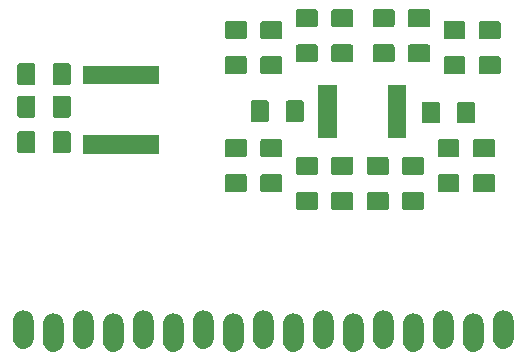
<source format=gbr>
G04 #@! TF.GenerationSoftware,KiCad,Pcbnew,(5.1.2)-2*
G04 #@! TF.CreationDate,2019-11-23T11:21:10-08:00*
G04 #@! TF.ProjectId,precision-dac-cv-scaler,70726563-6973-4696-9f6e-2d6461632d63,rev?*
G04 #@! TF.SameCoordinates,Original*
G04 #@! TF.FileFunction,Soldermask,Top*
G04 #@! TF.FilePolarity,Negative*
%FSLAX46Y46*%
G04 Gerber Fmt 4.6, Leading zero omitted, Abs format (unit mm)*
G04 Created by KiCad (PCBNEW (5.1.2)-2) date 2019-11-23 11:21:10*
%MOMM*%
%LPD*%
G04 APERTURE LIST*
%ADD10C,0.100000*%
G04 APERTURE END LIST*
D10*
G36*
X125709295Y-100763896D02*
G01*
X125872084Y-100813278D01*
X125872087Y-100813279D01*
X126022107Y-100893466D01*
X126022108Y-100893467D01*
X126022112Y-100893469D01*
X126153612Y-101001388D01*
X126261531Y-101132888D01*
X126261533Y-101132892D01*
X126261534Y-101132893D01*
X126341721Y-101282913D01*
X126341722Y-101282916D01*
X126391104Y-101445705D01*
X126403600Y-101572580D01*
X126403600Y-103181420D01*
X126391104Y-103308295D01*
X126341722Y-103471083D01*
X126341721Y-103471087D01*
X126269325Y-103606531D01*
X126261531Y-103621112D01*
X126153612Y-103752612D01*
X126022111Y-103860531D01*
X126022107Y-103860534D01*
X125872087Y-103940721D01*
X125829726Y-103953571D01*
X125709294Y-103990104D01*
X125540000Y-104006778D01*
X125370705Y-103990104D01*
X125207916Y-103940722D01*
X125207913Y-103940721D01*
X125057893Y-103860534D01*
X125057892Y-103860533D01*
X125057888Y-103860531D01*
X124926388Y-103752612D01*
X124818469Y-103621111D01*
X124818468Y-103621110D01*
X124818466Y-103621107D01*
X124738279Y-103471087D01*
X124725429Y-103428726D01*
X124688896Y-103308294D01*
X124676400Y-103181419D01*
X124676401Y-101572580D01*
X124688897Y-101445705D01*
X124738279Y-101282916D01*
X124738280Y-101282913D01*
X124818467Y-101132893D01*
X124818468Y-101132892D01*
X124818470Y-101132888D01*
X124926389Y-101001388D01*
X125057889Y-100893469D01*
X125057893Y-100893467D01*
X125057894Y-100893466D01*
X125207914Y-100813279D01*
X125207917Y-100813278D01*
X125370706Y-100763896D01*
X125540000Y-100747222D01*
X125709295Y-100763896D01*
X125709295Y-100763896D01*
G37*
G36*
X130789295Y-100763896D02*
G01*
X130952084Y-100813278D01*
X130952087Y-100813279D01*
X131102107Y-100893466D01*
X131102108Y-100893467D01*
X131102112Y-100893469D01*
X131233612Y-101001388D01*
X131341531Y-101132888D01*
X131341533Y-101132892D01*
X131341534Y-101132893D01*
X131421721Y-101282913D01*
X131421722Y-101282916D01*
X131471104Y-101445705D01*
X131483600Y-101572580D01*
X131483600Y-103181420D01*
X131471104Y-103308295D01*
X131421722Y-103471083D01*
X131421721Y-103471087D01*
X131349325Y-103606531D01*
X131341531Y-103621112D01*
X131233612Y-103752612D01*
X131102111Y-103860531D01*
X131102107Y-103860534D01*
X130952087Y-103940721D01*
X130909726Y-103953571D01*
X130789294Y-103990104D01*
X130620000Y-104006778D01*
X130450705Y-103990104D01*
X130287916Y-103940722D01*
X130287913Y-103940721D01*
X130137893Y-103860534D01*
X130137892Y-103860533D01*
X130137888Y-103860531D01*
X130006388Y-103752612D01*
X129898469Y-103621111D01*
X129898468Y-103621110D01*
X129898466Y-103621107D01*
X129818279Y-103471087D01*
X129805429Y-103428726D01*
X129768896Y-103308294D01*
X129756400Y-103181419D01*
X129756401Y-101572580D01*
X129768897Y-101445705D01*
X129818279Y-101282916D01*
X129818280Y-101282913D01*
X129898467Y-101132893D01*
X129898468Y-101132892D01*
X129898470Y-101132888D01*
X130006389Y-101001388D01*
X130137889Y-100893469D01*
X130137893Y-100893467D01*
X130137894Y-100893466D01*
X130287914Y-100813279D01*
X130287917Y-100813278D01*
X130450706Y-100763896D01*
X130620000Y-100747222D01*
X130789295Y-100763896D01*
X130789295Y-100763896D01*
G37*
G36*
X161269295Y-100763896D02*
G01*
X161432084Y-100813278D01*
X161432087Y-100813279D01*
X161582107Y-100893466D01*
X161582108Y-100893467D01*
X161582112Y-100893469D01*
X161713612Y-101001388D01*
X161821531Y-101132888D01*
X161821533Y-101132892D01*
X161821534Y-101132893D01*
X161901721Y-101282913D01*
X161901722Y-101282916D01*
X161951104Y-101445705D01*
X161963600Y-101572580D01*
X161963600Y-103181420D01*
X161951104Y-103308295D01*
X161901722Y-103471083D01*
X161901721Y-103471087D01*
X161829325Y-103606531D01*
X161821531Y-103621112D01*
X161713612Y-103752612D01*
X161582111Y-103860531D01*
X161582107Y-103860534D01*
X161432087Y-103940721D01*
X161389726Y-103953571D01*
X161269294Y-103990104D01*
X161100000Y-104006778D01*
X160930705Y-103990104D01*
X160767916Y-103940722D01*
X160767913Y-103940721D01*
X160617893Y-103860534D01*
X160617892Y-103860533D01*
X160617888Y-103860531D01*
X160486388Y-103752612D01*
X160378469Y-103621111D01*
X160378468Y-103621110D01*
X160378466Y-103621107D01*
X160298279Y-103471087D01*
X160285429Y-103428726D01*
X160248896Y-103308294D01*
X160236400Y-103181419D01*
X160236401Y-101572580D01*
X160248897Y-101445705D01*
X160298279Y-101282916D01*
X160298280Y-101282913D01*
X160378467Y-101132893D01*
X160378468Y-101132892D01*
X160378470Y-101132888D01*
X160486389Y-101001388D01*
X160617889Y-100893469D01*
X160617893Y-100893467D01*
X160617894Y-100893466D01*
X160767914Y-100813279D01*
X160767917Y-100813278D01*
X160930706Y-100763896D01*
X161100000Y-100747222D01*
X161269295Y-100763896D01*
X161269295Y-100763896D01*
G37*
G36*
X156189295Y-100763896D02*
G01*
X156352084Y-100813278D01*
X156352087Y-100813279D01*
X156502107Y-100893466D01*
X156502108Y-100893467D01*
X156502112Y-100893469D01*
X156633612Y-101001388D01*
X156741531Y-101132888D01*
X156741533Y-101132892D01*
X156741534Y-101132893D01*
X156821721Y-101282913D01*
X156821722Y-101282916D01*
X156871104Y-101445705D01*
X156883600Y-101572580D01*
X156883600Y-103181420D01*
X156871104Y-103308295D01*
X156821722Y-103471083D01*
X156821721Y-103471087D01*
X156749325Y-103606531D01*
X156741531Y-103621112D01*
X156633612Y-103752612D01*
X156502111Y-103860531D01*
X156502107Y-103860534D01*
X156352087Y-103940721D01*
X156309726Y-103953571D01*
X156189294Y-103990104D01*
X156020000Y-104006778D01*
X155850705Y-103990104D01*
X155687916Y-103940722D01*
X155687913Y-103940721D01*
X155537893Y-103860534D01*
X155537892Y-103860533D01*
X155537888Y-103860531D01*
X155406388Y-103752612D01*
X155298469Y-103621111D01*
X155298468Y-103621110D01*
X155298466Y-103621107D01*
X155218279Y-103471087D01*
X155205429Y-103428726D01*
X155168896Y-103308294D01*
X155156400Y-103181419D01*
X155156401Y-101572580D01*
X155168897Y-101445705D01*
X155218279Y-101282916D01*
X155218280Y-101282913D01*
X155298467Y-101132893D01*
X155298468Y-101132892D01*
X155298470Y-101132888D01*
X155406389Y-101001388D01*
X155537889Y-100893469D01*
X155537893Y-100893467D01*
X155537894Y-100893466D01*
X155687914Y-100813279D01*
X155687917Y-100813278D01*
X155850706Y-100763896D01*
X156020000Y-100747222D01*
X156189295Y-100763896D01*
X156189295Y-100763896D01*
G37*
G36*
X151109295Y-100763896D02*
G01*
X151272084Y-100813278D01*
X151272087Y-100813279D01*
X151422107Y-100893466D01*
X151422108Y-100893467D01*
X151422112Y-100893469D01*
X151553612Y-101001388D01*
X151661531Y-101132888D01*
X151661533Y-101132892D01*
X151661534Y-101132893D01*
X151741721Y-101282913D01*
X151741722Y-101282916D01*
X151791104Y-101445705D01*
X151803600Y-101572580D01*
X151803600Y-103181420D01*
X151791104Y-103308295D01*
X151741722Y-103471083D01*
X151741721Y-103471087D01*
X151669325Y-103606531D01*
X151661531Y-103621112D01*
X151553612Y-103752612D01*
X151422111Y-103860531D01*
X151422107Y-103860534D01*
X151272087Y-103940721D01*
X151229726Y-103953571D01*
X151109294Y-103990104D01*
X150940000Y-104006778D01*
X150770705Y-103990104D01*
X150607916Y-103940722D01*
X150607913Y-103940721D01*
X150457893Y-103860534D01*
X150457892Y-103860533D01*
X150457888Y-103860531D01*
X150326388Y-103752612D01*
X150218469Y-103621111D01*
X150218468Y-103621110D01*
X150218466Y-103621107D01*
X150138279Y-103471087D01*
X150125429Y-103428726D01*
X150088896Y-103308294D01*
X150076400Y-103181419D01*
X150076401Y-101572580D01*
X150088897Y-101445705D01*
X150138279Y-101282916D01*
X150138280Y-101282913D01*
X150218467Y-101132893D01*
X150218468Y-101132892D01*
X150218470Y-101132888D01*
X150326389Y-101001388D01*
X150457889Y-100893469D01*
X150457893Y-100893467D01*
X150457894Y-100893466D01*
X150607914Y-100813279D01*
X150607917Y-100813278D01*
X150770706Y-100763896D01*
X150940000Y-100747222D01*
X151109295Y-100763896D01*
X151109295Y-100763896D01*
G37*
G36*
X140949295Y-100763896D02*
G01*
X141112084Y-100813278D01*
X141112087Y-100813279D01*
X141262107Y-100893466D01*
X141262108Y-100893467D01*
X141262112Y-100893469D01*
X141393612Y-101001388D01*
X141501531Y-101132888D01*
X141501533Y-101132892D01*
X141501534Y-101132893D01*
X141581721Y-101282913D01*
X141581722Y-101282916D01*
X141631104Y-101445705D01*
X141643600Y-101572580D01*
X141643600Y-103181420D01*
X141631104Y-103308295D01*
X141581722Y-103471083D01*
X141581721Y-103471087D01*
X141509325Y-103606531D01*
X141501531Y-103621112D01*
X141393612Y-103752612D01*
X141262111Y-103860531D01*
X141262107Y-103860534D01*
X141112087Y-103940721D01*
X141069726Y-103953571D01*
X140949294Y-103990104D01*
X140780000Y-104006778D01*
X140610705Y-103990104D01*
X140447916Y-103940722D01*
X140447913Y-103940721D01*
X140297893Y-103860534D01*
X140297892Y-103860533D01*
X140297888Y-103860531D01*
X140166388Y-103752612D01*
X140058469Y-103621111D01*
X140058468Y-103621110D01*
X140058466Y-103621107D01*
X139978279Y-103471087D01*
X139965429Y-103428726D01*
X139928896Y-103308294D01*
X139916400Y-103181419D01*
X139916401Y-101572580D01*
X139928897Y-101445705D01*
X139978279Y-101282916D01*
X139978280Y-101282913D01*
X140058467Y-101132893D01*
X140058468Y-101132892D01*
X140058470Y-101132888D01*
X140166389Y-101001388D01*
X140297889Y-100893469D01*
X140297893Y-100893467D01*
X140297894Y-100893466D01*
X140447914Y-100813279D01*
X140447917Y-100813278D01*
X140610706Y-100763896D01*
X140780000Y-100747222D01*
X140949295Y-100763896D01*
X140949295Y-100763896D01*
G37*
G36*
X135869295Y-100763896D02*
G01*
X136032084Y-100813278D01*
X136032087Y-100813279D01*
X136182107Y-100893466D01*
X136182108Y-100893467D01*
X136182112Y-100893469D01*
X136313612Y-101001388D01*
X136421531Y-101132888D01*
X136421533Y-101132892D01*
X136421534Y-101132893D01*
X136501721Y-101282913D01*
X136501722Y-101282916D01*
X136551104Y-101445705D01*
X136563600Y-101572580D01*
X136563600Y-103181420D01*
X136551104Y-103308295D01*
X136501722Y-103471083D01*
X136501721Y-103471087D01*
X136429325Y-103606531D01*
X136421531Y-103621112D01*
X136313612Y-103752612D01*
X136182111Y-103860531D01*
X136182107Y-103860534D01*
X136032087Y-103940721D01*
X135989726Y-103953571D01*
X135869294Y-103990104D01*
X135700000Y-104006778D01*
X135530705Y-103990104D01*
X135367916Y-103940722D01*
X135367913Y-103940721D01*
X135217893Y-103860534D01*
X135217892Y-103860533D01*
X135217888Y-103860531D01*
X135086388Y-103752612D01*
X134978469Y-103621111D01*
X134978468Y-103621110D01*
X134978466Y-103621107D01*
X134898279Y-103471087D01*
X134885429Y-103428726D01*
X134848896Y-103308294D01*
X134836400Y-103181419D01*
X134836401Y-101572580D01*
X134848897Y-101445705D01*
X134898279Y-101282916D01*
X134898280Y-101282913D01*
X134978467Y-101132893D01*
X134978468Y-101132892D01*
X134978470Y-101132888D01*
X135086389Y-101001388D01*
X135217889Y-100893469D01*
X135217893Y-100893467D01*
X135217894Y-100893466D01*
X135367914Y-100813279D01*
X135367917Y-100813278D01*
X135530706Y-100763896D01*
X135700000Y-100747222D01*
X135869295Y-100763896D01*
X135869295Y-100763896D01*
G37*
G36*
X146029295Y-100763896D02*
G01*
X146192084Y-100813278D01*
X146192087Y-100813279D01*
X146342107Y-100893466D01*
X146342108Y-100893467D01*
X146342112Y-100893469D01*
X146473612Y-101001388D01*
X146581531Y-101132888D01*
X146581533Y-101132892D01*
X146581534Y-101132893D01*
X146661721Y-101282913D01*
X146661722Y-101282916D01*
X146711104Y-101445705D01*
X146723600Y-101572580D01*
X146723600Y-103181420D01*
X146711104Y-103308295D01*
X146661722Y-103471083D01*
X146661721Y-103471087D01*
X146589325Y-103606531D01*
X146581531Y-103621112D01*
X146473612Y-103752612D01*
X146342111Y-103860531D01*
X146342107Y-103860534D01*
X146192087Y-103940721D01*
X146149726Y-103953571D01*
X146029294Y-103990104D01*
X145860000Y-104006778D01*
X145690705Y-103990104D01*
X145527916Y-103940722D01*
X145527913Y-103940721D01*
X145377893Y-103860534D01*
X145377892Y-103860533D01*
X145377888Y-103860531D01*
X145246388Y-103752612D01*
X145138469Y-103621111D01*
X145138468Y-103621110D01*
X145138466Y-103621107D01*
X145058279Y-103471087D01*
X145045429Y-103428726D01*
X145008896Y-103308294D01*
X144996400Y-103181419D01*
X144996401Y-101572580D01*
X145008897Y-101445705D01*
X145058279Y-101282916D01*
X145058280Y-101282913D01*
X145138467Y-101132893D01*
X145138468Y-101132892D01*
X145138470Y-101132888D01*
X145246389Y-101001388D01*
X145377889Y-100893469D01*
X145377893Y-100893467D01*
X145377894Y-100893466D01*
X145527914Y-100813279D01*
X145527917Y-100813278D01*
X145690706Y-100763896D01*
X145860000Y-100747222D01*
X146029295Y-100763896D01*
X146029295Y-100763896D01*
G37*
G36*
X153649295Y-100509896D02*
G01*
X153812084Y-100559278D01*
X153812087Y-100559279D01*
X153962107Y-100639466D01*
X153962108Y-100639467D01*
X153962112Y-100639469D01*
X154093612Y-100747388D01*
X154201531Y-100878888D01*
X154201533Y-100878892D01*
X154201534Y-100878893D01*
X154281721Y-101028913D01*
X154281722Y-101028916D01*
X154331104Y-101191705D01*
X154343600Y-101318580D01*
X154343600Y-102927420D01*
X154331104Y-103054295D01*
X154292540Y-103181421D01*
X154281721Y-103217087D01*
X154201534Y-103367107D01*
X154201531Y-103367112D01*
X154093612Y-103498612D01*
X153962111Y-103606531D01*
X153962107Y-103606534D01*
X153812087Y-103686721D01*
X153769726Y-103699571D01*
X153649294Y-103736104D01*
X153480000Y-103752778D01*
X153310705Y-103736104D01*
X153147916Y-103686722D01*
X153147913Y-103686721D01*
X152997893Y-103606534D01*
X152997892Y-103606533D01*
X152997888Y-103606531D01*
X152866388Y-103498612D01*
X152758469Y-103367111D01*
X152758468Y-103367110D01*
X152758466Y-103367107D01*
X152678279Y-103217087D01*
X152665429Y-103174726D01*
X152628896Y-103054294D01*
X152616400Y-102927419D01*
X152616401Y-101318580D01*
X152628897Y-101191705D01*
X152678279Y-101028916D01*
X152678280Y-101028913D01*
X152758467Y-100878893D01*
X152758468Y-100878892D01*
X152758470Y-100878888D01*
X152866389Y-100747388D01*
X152997889Y-100639469D01*
X152997893Y-100639467D01*
X152997894Y-100639466D01*
X153147914Y-100559279D01*
X153147917Y-100559278D01*
X153310706Y-100509896D01*
X153480000Y-100493222D01*
X153649295Y-100509896D01*
X153649295Y-100509896D01*
G37*
G36*
X148569295Y-100509896D02*
G01*
X148732084Y-100559278D01*
X148732087Y-100559279D01*
X148882107Y-100639466D01*
X148882108Y-100639467D01*
X148882112Y-100639469D01*
X149013612Y-100747388D01*
X149121531Y-100878888D01*
X149121533Y-100878892D01*
X149121534Y-100878893D01*
X149201721Y-101028913D01*
X149201722Y-101028916D01*
X149251104Y-101191705D01*
X149263600Y-101318580D01*
X149263600Y-102927420D01*
X149251104Y-103054295D01*
X149212540Y-103181421D01*
X149201721Y-103217087D01*
X149121534Y-103367107D01*
X149121531Y-103367112D01*
X149013612Y-103498612D01*
X148882111Y-103606531D01*
X148882107Y-103606534D01*
X148732087Y-103686721D01*
X148689726Y-103699571D01*
X148569294Y-103736104D01*
X148400000Y-103752778D01*
X148230705Y-103736104D01*
X148067916Y-103686722D01*
X148067913Y-103686721D01*
X147917893Y-103606534D01*
X147917892Y-103606533D01*
X147917888Y-103606531D01*
X147786388Y-103498612D01*
X147678469Y-103367111D01*
X147678468Y-103367110D01*
X147678466Y-103367107D01*
X147598279Y-103217087D01*
X147585429Y-103174726D01*
X147548896Y-103054294D01*
X147536400Y-102927419D01*
X147536401Y-101318580D01*
X147548897Y-101191705D01*
X147598279Y-101028916D01*
X147598280Y-101028913D01*
X147678467Y-100878893D01*
X147678468Y-100878892D01*
X147678470Y-100878888D01*
X147786389Y-100747388D01*
X147917889Y-100639469D01*
X147917893Y-100639467D01*
X147917894Y-100639466D01*
X148067914Y-100559279D01*
X148067917Y-100559278D01*
X148230706Y-100509896D01*
X148400000Y-100493222D01*
X148569295Y-100509896D01*
X148569295Y-100509896D01*
G37*
G36*
X158729295Y-100509896D02*
G01*
X158892084Y-100559278D01*
X158892087Y-100559279D01*
X159042107Y-100639466D01*
X159042108Y-100639467D01*
X159042112Y-100639469D01*
X159173612Y-100747388D01*
X159281531Y-100878888D01*
X159281533Y-100878892D01*
X159281534Y-100878893D01*
X159361721Y-101028913D01*
X159361722Y-101028916D01*
X159411104Y-101191705D01*
X159423600Y-101318580D01*
X159423600Y-102927420D01*
X159411104Y-103054295D01*
X159372540Y-103181421D01*
X159361721Y-103217087D01*
X159281534Y-103367107D01*
X159281531Y-103367112D01*
X159173612Y-103498612D01*
X159042111Y-103606531D01*
X159042107Y-103606534D01*
X158892087Y-103686721D01*
X158849726Y-103699571D01*
X158729294Y-103736104D01*
X158560000Y-103752778D01*
X158390705Y-103736104D01*
X158227916Y-103686722D01*
X158227913Y-103686721D01*
X158077893Y-103606534D01*
X158077892Y-103606533D01*
X158077888Y-103606531D01*
X157946388Y-103498612D01*
X157838469Y-103367111D01*
X157838468Y-103367110D01*
X157838466Y-103367107D01*
X157758279Y-103217087D01*
X157745429Y-103174726D01*
X157708896Y-103054294D01*
X157696400Y-102927419D01*
X157696401Y-101318580D01*
X157708897Y-101191705D01*
X157758279Y-101028916D01*
X157758280Y-101028913D01*
X157838467Y-100878893D01*
X157838468Y-100878892D01*
X157838470Y-100878888D01*
X157946389Y-100747388D01*
X158077889Y-100639469D01*
X158077893Y-100639467D01*
X158077894Y-100639466D01*
X158227914Y-100559279D01*
X158227917Y-100559278D01*
X158390706Y-100509896D01*
X158560000Y-100493222D01*
X158729295Y-100509896D01*
X158729295Y-100509896D01*
G37*
G36*
X143489295Y-100509896D02*
G01*
X143652084Y-100559278D01*
X143652087Y-100559279D01*
X143802107Y-100639466D01*
X143802108Y-100639467D01*
X143802112Y-100639469D01*
X143933612Y-100747388D01*
X144041531Y-100878888D01*
X144041533Y-100878892D01*
X144041534Y-100878893D01*
X144121721Y-101028913D01*
X144121722Y-101028916D01*
X144171104Y-101191705D01*
X144183600Y-101318580D01*
X144183600Y-102927420D01*
X144171104Y-103054295D01*
X144132540Y-103181421D01*
X144121721Y-103217087D01*
X144041534Y-103367107D01*
X144041531Y-103367112D01*
X143933612Y-103498612D01*
X143802111Y-103606531D01*
X143802107Y-103606534D01*
X143652087Y-103686721D01*
X143609726Y-103699571D01*
X143489294Y-103736104D01*
X143320000Y-103752778D01*
X143150705Y-103736104D01*
X142987916Y-103686722D01*
X142987913Y-103686721D01*
X142837893Y-103606534D01*
X142837892Y-103606533D01*
X142837888Y-103606531D01*
X142706388Y-103498612D01*
X142598469Y-103367111D01*
X142598468Y-103367110D01*
X142598466Y-103367107D01*
X142518279Y-103217087D01*
X142505429Y-103174726D01*
X142468896Y-103054294D01*
X142456400Y-102927419D01*
X142456401Y-101318580D01*
X142468897Y-101191705D01*
X142518279Y-101028916D01*
X142518280Y-101028913D01*
X142598467Y-100878893D01*
X142598468Y-100878892D01*
X142598470Y-100878888D01*
X142706389Y-100747388D01*
X142837889Y-100639469D01*
X142837893Y-100639467D01*
X142837894Y-100639466D01*
X142987914Y-100559279D01*
X142987917Y-100559278D01*
X143150706Y-100509896D01*
X143320000Y-100493222D01*
X143489295Y-100509896D01*
X143489295Y-100509896D01*
G37*
G36*
X138409295Y-100509896D02*
G01*
X138572084Y-100559278D01*
X138572087Y-100559279D01*
X138722107Y-100639466D01*
X138722108Y-100639467D01*
X138722112Y-100639469D01*
X138853612Y-100747388D01*
X138961531Y-100878888D01*
X138961533Y-100878892D01*
X138961534Y-100878893D01*
X139041721Y-101028913D01*
X139041722Y-101028916D01*
X139091104Y-101191705D01*
X139103600Y-101318580D01*
X139103600Y-102927420D01*
X139091104Y-103054295D01*
X139052540Y-103181421D01*
X139041721Y-103217087D01*
X138961534Y-103367107D01*
X138961531Y-103367112D01*
X138853612Y-103498612D01*
X138722111Y-103606531D01*
X138722107Y-103606534D01*
X138572087Y-103686721D01*
X138529726Y-103699571D01*
X138409294Y-103736104D01*
X138240000Y-103752778D01*
X138070705Y-103736104D01*
X137907916Y-103686722D01*
X137907913Y-103686721D01*
X137757893Y-103606534D01*
X137757892Y-103606533D01*
X137757888Y-103606531D01*
X137626388Y-103498612D01*
X137518469Y-103367111D01*
X137518468Y-103367110D01*
X137518466Y-103367107D01*
X137438279Y-103217087D01*
X137425429Y-103174726D01*
X137388896Y-103054294D01*
X137376400Y-102927419D01*
X137376401Y-101318580D01*
X137388897Y-101191705D01*
X137438279Y-101028916D01*
X137438280Y-101028913D01*
X137518467Y-100878893D01*
X137518468Y-100878892D01*
X137518470Y-100878888D01*
X137626389Y-100747388D01*
X137757889Y-100639469D01*
X137757893Y-100639467D01*
X137757894Y-100639466D01*
X137907914Y-100559279D01*
X137907917Y-100559278D01*
X138070706Y-100509896D01*
X138240000Y-100493222D01*
X138409295Y-100509896D01*
X138409295Y-100509896D01*
G37*
G36*
X133329295Y-100509896D02*
G01*
X133492084Y-100559278D01*
X133492087Y-100559279D01*
X133642107Y-100639466D01*
X133642108Y-100639467D01*
X133642112Y-100639469D01*
X133773612Y-100747388D01*
X133881531Y-100878888D01*
X133881533Y-100878892D01*
X133881534Y-100878893D01*
X133961721Y-101028913D01*
X133961722Y-101028916D01*
X134011104Y-101191705D01*
X134023600Y-101318580D01*
X134023600Y-102927420D01*
X134011104Y-103054295D01*
X133972540Y-103181421D01*
X133961721Y-103217087D01*
X133881534Y-103367107D01*
X133881531Y-103367112D01*
X133773612Y-103498612D01*
X133642111Y-103606531D01*
X133642107Y-103606534D01*
X133492087Y-103686721D01*
X133449726Y-103699571D01*
X133329294Y-103736104D01*
X133160000Y-103752778D01*
X132990705Y-103736104D01*
X132827916Y-103686722D01*
X132827913Y-103686721D01*
X132677893Y-103606534D01*
X132677892Y-103606533D01*
X132677888Y-103606531D01*
X132546388Y-103498612D01*
X132438469Y-103367111D01*
X132438468Y-103367110D01*
X132438466Y-103367107D01*
X132358279Y-103217087D01*
X132345429Y-103174726D01*
X132308896Y-103054294D01*
X132296400Y-102927419D01*
X132296401Y-101318580D01*
X132308897Y-101191705D01*
X132358279Y-101028916D01*
X132358280Y-101028913D01*
X132438467Y-100878893D01*
X132438468Y-100878892D01*
X132438470Y-100878888D01*
X132546389Y-100747388D01*
X132677889Y-100639469D01*
X132677893Y-100639467D01*
X132677894Y-100639466D01*
X132827914Y-100559279D01*
X132827917Y-100559278D01*
X132990706Y-100509896D01*
X133160000Y-100493222D01*
X133329295Y-100509896D01*
X133329295Y-100509896D01*
G37*
G36*
X128249295Y-100509896D02*
G01*
X128412084Y-100559278D01*
X128412087Y-100559279D01*
X128562107Y-100639466D01*
X128562108Y-100639467D01*
X128562112Y-100639469D01*
X128693612Y-100747388D01*
X128801531Y-100878888D01*
X128801533Y-100878892D01*
X128801534Y-100878893D01*
X128881721Y-101028913D01*
X128881722Y-101028916D01*
X128931104Y-101191705D01*
X128943600Y-101318580D01*
X128943600Y-102927420D01*
X128931104Y-103054295D01*
X128892540Y-103181421D01*
X128881721Y-103217087D01*
X128801534Y-103367107D01*
X128801531Y-103367112D01*
X128693612Y-103498612D01*
X128562111Y-103606531D01*
X128562107Y-103606534D01*
X128412087Y-103686721D01*
X128369726Y-103699571D01*
X128249294Y-103736104D01*
X128080000Y-103752778D01*
X127910705Y-103736104D01*
X127747916Y-103686722D01*
X127747913Y-103686721D01*
X127597893Y-103606534D01*
X127597892Y-103606533D01*
X127597888Y-103606531D01*
X127466388Y-103498612D01*
X127358469Y-103367111D01*
X127358468Y-103367110D01*
X127358466Y-103367107D01*
X127278279Y-103217087D01*
X127265429Y-103174726D01*
X127228896Y-103054294D01*
X127216400Y-102927419D01*
X127216401Y-101318580D01*
X127228897Y-101191705D01*
X127278279Y-101028916D01*
X127278280Y-101028913D01*
X127358467Y-100878893D01*
X127358468Y-100878892D01*
X127358470Y-100878888D01*
X127466389Y-100747388D01*
X127597889Y-100639469D01*
X127597893Y-100639467D01*
X127597894Y-100639466D01*
X127747914Y-100559279D01*
X127747917Y-100559278D01*
X127910706Y-100509896D01*
X128080000Y-100493222D01*
X128249295Y-100509896D01*
X128249295Y-100509896D01*
G37*
G36*
X163809295Y-100509896D02*
G01*
X163972084Y-100559278D01*
X163972087Y-100559279D01*
X164122107Y-100639466D01*
X164122108Y-100639467D01*
X164122112Y-100639469D01*
X164253612Y-100747388D01*
X164361531Y-100878888D01*
X164361533Y-100878892D01*
X164361534Y-100878893D01*
X164441721Y-101028913D01*
X164441722Y-101028916D01*
X164491104Y-101191705D01*
X164503600Y-101318580D01*
X164503600Y-102927420D01*
X164491104Y-103054295D01*
X164452540Y-103181421D01*
X164441721Y-103217087D01*
X164361534Y-103367107D01*
X164361531Y-103367112D01*
X164253612Y-103498612D01*
X164122111Y-103606531D01*
X164122107Y-103606534D01*
X163972087Y-103686721D01*
X163929726Y-103699571D01*
X163809294Y-103736104D01*
X163640000Y-103752778D01*
X163470705Y-103736104D01*
X163307916Y-103686722D01*
X163307913Y-103686721D01*
X163157893Y-103606534D01*
X163157892Y-103606533D01*
X163157888Y-103606531D01*
X163026388Y-103498612D01*
X162918469Y-103367111D01*
X162918468Y-103367110D01*
X162918466Y-103367107D01*
X162838279Y-103217087D01*
X162825429Y-103174726D01*
X162788896Y-103054294D01*
X162776400Y-102927419D01*
X162776401Y-101318580D01*
X162788897Y-101191705D01*
X162838279Y-101028916D01*
X162838280Y-101028913D01*
X162918467Y-100878893D01*
X162918468Y-100878892D01*
X162918470Y-100878888D01*
X163026389Y-100747388D01*
X163157889Y-100639469D01*
X163157893Y-100639467D01*
X163157894Y-100639466D01*
X163307914Y-100559279D01*
X163307917Y-100559278D01*
X163470706Y-100509896D01*
X163640000Y-100493222D01*
X163809295Y-100509896D01*
X163809295Y-100509896D01*
G37*
G36*
X123169295Y-100509896D02*
G01*
X123332084Y-100559278D01*
X123332087Y-100559279D01*
X123482107Y-100639466D01*
X123482108Y-100639467D01*
X123482112Y-100639469D01*
X123613612Y-100747388D01*
X123721531Y-100878888D01*
X123721533Y-100878892D01*
X123721534Y-100878893D01*
X123801721Y-101028913D01*
X123801722Y-101028916D01*
X123851104Y-101191705D01*
X123863600Y-101318580D01*
X123863600Y-102927420D01*
X123851104Y-103054295D01*
X123812540Y-103181421D01*
X123801721Y-103217087D01*
X123721534Y-103367107D01*
X123721531Y-103367112D01*
X123613612Y-103498612D01*
X123482111Y-103606531D01*
X123482107Y-103606534D01*
X123332087Y-103686721D01*
X123289726Y-103699571D01*
X123169294Y-103736104D01*
X123000000Y-103752778D01*
X122830705Y-103736104D01*
X122667916Y-103686722D01*
X122667913Y-103686721D01*
X122517893Y-103606534D01*
X122517892Y-103606533D01*
X122517888Y-103606531D01*
X122386388Y-103498612D01*
X122278469Y-103367111D01*
X122278468Y-103367110D01*
X122278466Y-103367107D01*
X122198279Y-103217087D01*
X122185429Y-103174726D01*
X122148896Y-103054294D01*
X122136400Y-102927419D01*
X122136401Y-101318580D01*
X122148897Y-101191705D01*
X122198279Y-101028916D01*
X122198280Y-101028913D01*
X122278467Y-100878893D01*
X122278468Y-100878892D01*
X122278470Y-100878888D01*
X122386389Y-100747388D01*
X122517889Y-100639469D01*
X122517893Y-100639467D01*
X122517894Y-100639466D01*
X122667914Y-100559279D01*
X122667917Y-100559278D01*
X122830706Y-100509896D01*
X123000000Y-100493222D01*
X123169295Y-100509896D01*
X123169295Y-100509896D01*
G37*
G36*
X150775562Y-90478181D02*
G01*
X150810481Y-90488774D01*
X150842663Y-90505976D01*
X150870873Y-90529127D01*
X150894024Y-90557337D01*
X150911226Y-90589519D01*
X150921819Y-90624438D01*
X150926000Y-90666895D01*
X150926000Y-91808105D01*
X150921819Y-91850562D01*
X150911226Y-91885481D01*
X150894024Y-91917663D01*
X150870873Y-91945873D01*
X150842663Y-91969024D01*
X150810481Y-91986226D01*
X150775562Y-91996819D01*
X150733105Y-92001000D01*
X149266895Y-92001000D01*
X149224438Y-91996819D01*
X149189519Y-91986226D01*
X149157337Y-91969024D01*
X149129127Y-91945873D01*
X149105976Y-91917663D01*
X149088774Y-91885481D01*
X149078181Y-91850562D01*
X149074000Y-91808105D01*
X149074000Y-90666895D01*
X149078181Y-90624438D01*
X149088774Y-90589519D01*
X149105976Y-90557337D01*
X149129127Y-90529127D01*
X149157337Y-90505976D01*
X149189519Y-90488774D01*
X149224438Y-90478181D01*
X149266895Y-90474000D01*
X150733105Y-90474000D01*
X150775562Y-90478181D01*
X150775562Y-90478181D01*
G37*
G36*
X153775562Y-90478181D02*
G01*
X153810481Y-90488774D01*
X153842663Y-90505976D01*
X153870873Y-90529127D01*
X153894024Y-90557337D01*
X153911226Y-90589519D01*
X153921819Y-90624438D01*
X153926000Y-90666895D01*
X153926000Y-91808105D01*
X153921819Y-91850562D01*
X153911226Y-91885481D01*
X153894024Y-91917663D01*
X153870873Y-91945873D01*
X153842663Y-91969024D01*
X153810481Y-91986226D01*
X153775562Y-91996819D01*
X153733105Y-92001000D01*
X152266895Y-92001000D01*
X152224438Y-91996819D01*
X152189519Y-91986226D01*
X152157337Y-91969024D01*
X152129127Y-91945873D01*
X152105976Y-91917663D01*
X152088774Y-91885481D01*
X152078181Y-91850562D01*
X152074000Y-91808105D01*
X152074000Y-90666895D01*
X152078181Y-90624438D01*
X152088774Y-90589519D01*
X152105976Y-90557337D01*
X152129127Y-90529127D01*
X152157337Y-90505976D01*
X152189519Y-90488774D01*
X152224438Y-90478181D01*
X152266895Y-90474000D01*
X153733105Y-90474000D01*
X153775562Y-90478181D01*
X153775562Y-90478181D01*
G37*
G36*
X156775562Y-90478181D02*
G01*
X156810481Y-90488774D01*
X156842663Y-90505976D01*
X156870873Y-90529127D01*
X156894024Y-90557337D01*
X156911226Y-90589519D01*
X156921819Y-90624438D01*
X156926000Y-90666895D01*
X156926000Y-91808105D01*
X156921819Y-91850562D01*
X156911226Y-91885481D01*
X156894024Y-91917663D01*
X156870873Y-91945873D01*
X156842663Y-91969024D01*
X156810481Y-91986226D01*
X156775562Y-91996819D01*
X156733105Y-92001000D01*
X155266895Y-92001000D01*
X155224438Y-91996819D01*
X155189519Y-91986226D01*
X155157337Y-91969024D01*
X155129127Y-91945873D01*
X155105976Y-91917663D01*
X155088774Y-91885481D01*
X155078181Y-91850562D01*
X155074000Y-91808105D01*
X155074000Y-90666895D01*
X155078181Y-90624438D01*
X155088774Y-90589519D01*
X155105976Y-90557337D01*
X155129127Y-90529127D01*
X155157337Y-90505976D01*
X155189519Y-90488774D01*
X155224438Y-90478181D01*
X155266895Y-90474000D01*
X156733105Y-90474000D01*
X156775562Y-90478181D01*
X156775562Y-90478181D01*
G37*
G36*
X147775562Y-90478181D02*
G01*
X147810481Y-90488774D01*
X147842663Y-90505976D01*
X147870873Y-90529127D01*
X147894024Y-90557337D01*
X147911226Y-90589519D01*
X147921819Y-90624438D01*
X147926000Y-90666895D01*
X147926000Y-91808105D01*
X147921819Y-91850562D01*
X147911226Y-91885481D01*
X147894024Y-91917663D01*
X147870873Y-91945873D01*
X147842663Y-91969024D01*
X147810481Y-91986226D01*
X147775562Y-91996819D01*
X147733105Y-92001000D01*
X146266895Y-92001000D01*
X146224438Y-91996819D01*
X146189519Y-91986226D01*
X146157337Y-91969024D01*
X146129127Y-91945873D01*
X146105976Y-91917663D01*
X146088774Y-91885481D01*
X146078181Y-91850562D01*
X146074000Y-91808105D01*
X146074000Y-90666895D01*
X146078181Y-90624438D01*
X146088774Y-90589519D01*
X146105976Y-90557337D01*
X146129127Y-90529127D01*
X146157337Y-90505976D01*
X146189519Y-90488774D01*
X146224438Y-90478181D01*
X146266895Y-90474000D01*
X147733105Y-90474000D01*
X147775562Y-90478181D01*
X147775562Y-90478181D01*
G37*
G36*
X162775562Y-88978181D02*
G01*
X162810481Y-88988774D01*
X162842663Y-89005976D01*
X162870873Y-89029127D01*
X162894024Y-89057337D01*
X162911226Y-89089519D01*
X162921819Y-89124438D01*
X162926000Y-89166895D01*
X162926000Y-90308105D01*
X162921819Y-90350562D01*
X162911226Y-90385481D01*
X162894024Y-90417663D01*
X162870873Y-90445873D01*
X162842663Y-90469024D01*
X162810481Y-90486226D01*
X162775562Y-90496819D01*
X162733105Y-90501000D01*
X161266895Y-90501000D01*
X161224438Y-90496819D01*
X161189519Y-90486226D01*
X161157337Y-90469024D01*
X161129127Y-90445873D01*
X161105976Y-90417663D01*
X161088774Y-90385481D01*
X161078181Y-90350562D01*
X161074000Y-90308105D01*
X161074000Y-89166895D01*
X161078181Y-89124438D01*
X161088774Y-89089519D01*
X161105976Y-89057337D01*
X161129127Y-89029127D01*
X161157337Y-89005976D01*
X161189519Y-88988774D01*
X161224438Y-88978181D01*
X161266895Y-88974000D01*
X162733105Y-88974000D01*
X162775562Y-88978181D01*
X162775562Y-88978181D01*
G37*
G36*
X159775562Y-88978181D02*
G01*
X159810481Y-88988774D01*
X159842663Y-89005976D01*
X159870873Y-89029127D01*
X159894024Y-89057337D01*
X159911226Y-89089519D01*
X159921819Y-89124438D01*
X159926000Y-89166895D01*
X159926000Y-90308105D01*
X159921819Y-90350562D01*
X159911226Y-90385481D01*
X159894024Y-90417663D01*
X159870873Y-90445873D01*
X159842663Y-90469024D01*
X159810481Y-90486226D01*
X159775562Y-90496819D01*
X159733105Y-90501000D01*
X158266895Y-90501000D01*
X158224438Y-90496819D01*
X158189519Y-90486226D01*
X158157337Y-90469024D01*
X158129127Y-90445873D01*
X158105976Y-90417663D01*
X158088774Y-90385481D01*
X158078181Y-90350562D01*
X158074000Y-90308105D01*
X158074000Y-89166895D01*
X158078181Y-89124438D01*
X158088774Y-89089519D01*
X158105976Y-89057337D01*
X158129127Y-89029127D01*
X158157337Y-89005976D01*
X158189519Y-88988774D01*
X158224438Y-88978181D01*
X158266895Y-88974000D01*
X159733105Y-88974000D01*
X159775562Y-88978181D01*
X159775562Y-88978181D01*
G37*
G36*
X141775562Y-88978181D02*
G01*
X141810481Y-88988774D01*
X141842663Y-89005976D01*
X141870873Y-89029127D01*
X141894024Y-89057337D01*
X141911226Y-89089519D01*
X141921819Y-89124438D01*
X141926000Y-89166895D01*
X141926000Y-90308105D01*
X141921819Y-90350562D01*
X141911226Y-90385481D01*
X141894024Y-90417663D01*
X141870873Y-90445873D01*
X141842663Y-90469024D01*
X141810481Y-90486226D01*
X141775562Y-90496819D01*
X141733105Y-90501000D01*
X140266895Y-90501000D01*
X140224438Y-90496819D01*
X140189519Y-90486226D01*
X140157337Y-90469024D01*
X140129127Y-90445873D01*
X140105976Y-90417663D01*
X140088774Y-90385481D01*
X140078181Y-90350562D01*
X140074000Y-90308105D01*
X140074000Y-89166895D01*
X140078181Y-89124438D01*
X140088774Y-89089519D01*
X140105976Y-89057337D01*
X140129127Y-89029127D01*
X140157337Y-89005976D01*
X140189519Y-88988774D01*
X140224438Y-88978181D01*
X140266895Y-88974000D01*
X141733105Y-88974000D01*
X141775562Y-88978181D01*
X141775562Y-88978181D01*
G37*
G36*
X144775562Y-88978181D02*
G01*
X144810481Y-88988774D01*
X144842663Y-89005976D01*
X144870873Y-89029127D01*
X144894024Y-89057337D01*
X144911226Y-89089519D01*
X144921819Y-89124438D01*
X144926000Y-89166895D01*
X144926000Y-90308105D01*
X144921819Y-90350562D01*
X144911226Y-90385481D01*
X144894024Y-90417663D01*
X144870873Y-90445873D01*
X144842663Y-90469024D01*
X144810481Y-90486226D01*
X144775562Y-90496819D01*
X144733105Y-90501000D01*
X143266895Y-90501000D01*
X143224438Y-90496819D01*
X143189519Y-90486226D01*
X143157337Y-90469024D01*
X143129127Y-90445873D01*
X143105976Y-90417663D01*
X143088774Y-90385481D01*
X143078181Y-90350562D01*
X143074000Y-90308105D01*
X143074000Y-89166895D01*
X143078181Y-89124438D01*
X143088774Y-89089519D01*
X143105976Y-89057337D01*
X143129127Y-89029127D01*
X143157337Y-89005976D01*
X143189519Y-88988774D01*
X143224438Y-88978181D01*
X143266895Y-88974000D01*
X144733105Y-88974000D01*
X144775562Y-88978181D01*
X144775562Y-88978181D01*
G37*
G36*
X150775562Y-87503181D02*
G01*
X150810481Y-87513774D01*
X150842663Y-87530976D01*
X150870873Y-87554127D01*
X150894024Y-87582337D01*
X150911226Y-87614519D01*
X150921819Y-87649438D01*
X150926000Y-87691895D01*
X150926000Y-88833105D01*
X150921819Y-88875562D01*
X150911226Y-88910481D01*
X150894024Y-88942663D01*
X150870873Y-88970873D01*
X150842663Y-88994024D01*
X150810481Y-89011226D01*
X150775562Y-89021819D01*
X150733105Y-89026000D01*
X149266895Y-89026000D01*
X149224438Y-89021819D01*
X149189519Y-89011226D01*
X149157337Y-88994024D01*
X149129127Y-88970873D01*
X149105976Y-88942663D01*
X149088774Y-88910481D01*
X149078181Y-88875562D01*
X149074000Y-88833105D01*
X149074000Y-87691895D01*
X149078181Y-87649438D01*
X149088774Y-87614519D01*
X149105976Y-87582337D01*
X149129127Y-87554127D01*
X149157337Y-87530976D01*
X149189519Y-87513774D01*
X149224438Y-87503181D01*
X149266895Y-87499000D01*
X150733105Y-87499000D01*
X150775562Y-87503181D01*
X150775562Y-87503181D01*
G37*
G36*
X153775562Y-87503181D02*
G01*
X153810481Y-87513774D01*
X153842663Y-87530976D01*
X153870873Y-87554127D01*
X153894024Y-87582337D01*
X153911226Y-87614519D01*
X153921819Y-87649438D01*
X153926000Y-87691895D01*
X153926000Y-88833105D01*
X153921819Y-88875562D01*
X153911226Y-88910481D01*
X153894024Y-88942663D01*
X153870873Y-88970873D01*
X153842663Y-88994024D01*
X153810481Y-89011226D01*
X153775562Y-89021819D01*
X153733105Y-89026000D01*
X152266895Y-89026000D01*
X152224438Y-89021819D01*
X152189519Y-89011226D01*
X152157337Y-88994024D01*
X152129127Y-88970873D01*
X152105976Y-88942663D01*
X152088774Y-88910481D01*
X152078181Y-88875562D01*
X152074000Y-88833105D01*
X152074000Y-87691895D01*
X152078181Y-87649438D01*
X152088774Y-87614519D01*
X152105976Y-87582337D01*
X152129127Y-87554127D01*
X152157337Y-87530976D01*
X152189519Y-87513774D01*
X152224438Y-87503181D01*
X152266895Y-87499000D01*
X153733105Y-87499000D01*
X153775562Y-87503181D01*
X153775562Y-87503181D01*
G37*
G36*
X147775562Y-87503181D02*
G01*
X147810481Y-87513774D01*
X147842663Y-87530976D01*
X147870873Y-87554127D01*
X147894024Y-87582337D01*
X147911226Y-87614519D01*
X147921819Y-87649438D01*
X147926000Y-87691895D01*
X147926000Y-88833105D01*
X147921819Y-88875562D01*
X147911226Y-88910481D01*
X147894024Y-88942663D01*
X147870873Y-88970873D01*
X147842663Y-88994024D01*
X147810481Y-89011226D01*
X147775562Y-89021819D01*
X147733105Y-89026000D01*
X146266895Y-89026000D01*
X146224438Y-89021819D01*
X146189519Y-89011226D01*
X146157337Y-88994024D01*
X146129127Y-88970873D01*
X146105976Y-88942663D01*
X146088774Y-88910481D01*
X146078181Y-88875562D01*
X146074000Y-88833105D01*
X146074000Y-87691895D01*
X146078181Y-87649438D01*
X146088774Y-87614519D01*
X146105976Y-87582337D01*
X146129127Y-87554127D01*
X146157337Y-87530976D01*
X146189519Y-87513774D01*
X146224438Y-87503181D01*
X146266895Y-87499000D01*
X147733105Y-87499000D01*
X147775562Y-87503181D01*
X147775562Y-87503181D01*
G37*
G36*
X156775562Y-87503181D02*
G01*
X156810481Y-87513774D01*
X156842663Y-87530976D01*
X156870873Y-87554127D01*
X156894024Y-87582337D01*
X156911226Y-87614519D01*
X156921819Y-87649438D01*
X156926000Y-87691895D01*
X156926000Y-88833105D01*
X156921819Y-88875562D01*
X156911226Y-88910481D01*
X156894024Y-88942663D01*
X156870873Y-88970873D01*
X156842663Y-88994024D01*
X156810481Y-89011226D01*
X156775562Y-89021819D01*
X156733105Y-89026000D01*
X155266895Y-89026000D01*
X155224438Y-89021819D01*
X155189519Y-89011226D01*
X155157337Y-88994024D01*
X155129127Y-88970873D01*
X155105976Y-88942663D01*
X155088774Y-88910481D01*
X155078181Y-88875562D01*
X155074000Y-88833105D01*
X155074000Y-87691895D01*
X155078181Y-87649438D01*
X155088774Y-87614519D01*
X155105976Y-87582337D01*
X155129127Y-87554127D01*
X155157337Y-87530976D01*
X155189519Y-87513774D01*
X155224438Y-87503181D01*
X155266895Y-87499000D01*
X156733105Y-87499000D01*
X156775562Y-87503181D01*
X156775562Y-87503181D01*
G37*
G36*
X141775562Y-86003181D02*
G01*
X141810481Y-86013774D01*
X141842663Y-86030976D01*
X141870873Y-86054127D01*
X141894024Y-86082337D01*
X141911226Y-86114519D01*
X141921819Y-86149438D01*
X141926000Y-86191895D01*
X141926000Y-87333105D01*
X141921819Y-87375562D01*
X141911226Y-87410481D01*
X141894024Y-87442663D01*
X141870873Y-87470873D01*
X141842663Y-87494024D01*
X141810481Y-87511226D01*
X141775562Y-87521819D01*
X141733105Y-87526000D01*
X140266895Y-87526000D01*
X140224438Y-87521819D01*
X140189519Y-87511226D01*
X140157337Y-87494024D01*
X140129127Y-87470873D01*
X140105976Y-87442663D01*
X140088774Y-87410481D01*
X140078181Y-87375562D01*
X140074000Y-87333105D01*
X140074000Y-86191895D01*
X140078181Y-86149438D01*
X140088774Y-86114519D01*
X140105976Y-86082337D01*
X140129127Y-86054127D01*
X140157337Y-86030976D01*
X140189519Y-86013774D01*
X140224438Y-86003181D01*
X140266895Y-85999000D01*
X141733105Y-85999000D01*
X141775562Y-86003181D01*
X141775562Y-86003181D01*
G37*
G36*
X162775562Y-86003181D02*
G01*
X162810481Y-86013774D01*
X162842663Y-86030976D01*
X162870873Y-86054127D01*
X162894024Y-86082337D01*
X162911226Y-86114519D01*
X162921819Y-86149438D01*
X162926000Y-86191895D01*
X162926000Y-87333105D01*
X162921819Y-87375562D01*
X162911226Y-87410481D01*
X162894024Y-87442663D01*
X162870873Y-87470873D01*
X162842663Y-87494024D01*
X162810481Y-87511226D01*
X162775562Y-87521819D01*
X162733105Y-87526000D01*
X161266895Y-87526000D01*
X161224438Y-87521819D01*
X161189519Y-87511226D01*
X161157337Y-87494024D01*
X161129127Y-87470873D01*
X161105976Y-87442663D01*
X161088774Y-87410481D01*
X161078181Y-87375562D01*
X161074000Y-87333105D01*
X161074000Y-86191895D01*
X161078181Y-86149438D01*
X161088774Y-86114519D01*
X161105976Y-86082337D01*
X161129127Y-86054127D01*
X161157337Y-86030976D01*
X161189519Y-86013774D01*
X161224438Y-86003181D01*
X161266895Y-85999000D01*
X162733105Y-85999000D01*
X162775562Y-86003181D01*
X162775562Y-86003181D01*
G37*
G36*
X144775562Y-86003181D02*
G01*
X144810481Y-86013774D01*
X144842663Y-86030976D01*
X144870873Y-86054127D01*
X144894024Y-86082337D01*
X144911226Y-86114519D01*
X144921819Y-86149438D01*
X144926000Y-86191895D01*
X144926000Y-87333105D01*
X144921819Y-87375562D01*
X144911226Y-87410481D01*
X144894024Y-87442663D01*
X144870873Y-87470873D01*
X144842663Y-87494024D01*
X144810481Y-87511226D01*
X144775562Y-87521819D01*
X144733105Y-87526000D01*
X143266895Y-87526000D01*
X143224438Y-87521819D01*
X143189519Y-87511226D01*
X143157337Y-87494024D01*
X143129127Y-87470873D01*
X143105976Y-87442663D01*
X143088774Y-87410481D01*
X143078181Y-87375562D01*
X143074000Y-87333105D01*
X143074000Y-86191895D01*
X143078181Y-86149438D01*
X143088774Y-86114519D01*
X143105976Y-86082337D01*
X143129127Y-86054127D01*
X143157337Y-86030976D01*
X143189519Y-86013774D01*
X143224438Y-86003181D01*
X143266895Y-85999000D01*
X144733105Y-85999000D01*
X144775562Y-86003181D01*
X144775562Y-86003181D01*
G37*
G36*
X159775562Y-86003181D02*
G01*
X159810481Y-86013774D01*
X159842663Y-86030976D01*
X159870873Y-86054127D01*
X159894024Y-86082337D01*
X159911226Y-86114519D01*
X159921819Y-86149438D01*
X159926000Y-86191895D01*
X159926000Y-87333105D01*
X159921819Y-87375562D01*
X159911226Y-87410481D01*
X159894024Y-87442663D01*
X159870873Y-87470873D01*
X159842663Y-87494024D01*
X159810481Y-87511226D01*
X159775562Y-87521819D01*
X159733105Y-87526000D01*
X158266895Y-87526000D01*
X158224438Y-87521819D01*
X158189519Y-87511226D01*
X158157337Y-87494024D01*
X158129127Y-87470873D01*
X158105976Y-87442663D01*
X158088774Y-87410481D01*
X158078181Y-87375562D01*
X158074000Y-87333105D01*
X158074000Y-86191895D01*
X158078181Y-86149438D01*
X158088774Y-86114519D01*
X158105976Y-86082337D01*
X158129127Y-86054127D01*
X158157337Y-86030976D01*
X158189519Y-86013774D01*
X158224438Y-86003181D01*
X158266895Y-85999000D01*
X159733105Y-85999000D01*
X159775562Y-86003181D01*
X159775562Y-86003181D01*
G37*
G36*
X134451000Y-87226000D02*
G01*
X128049000Y-87226000D01*
X128049000Y-85674000D01*
X134451000Y-85674000D01*
X134451000Y-87226000D01*
X134451000Y-87226000D01*
G37*
G36*
X123875562Y-85328181D02*
G01*
X123910481Y-85338774D01*
X123942663Y-85355976D01*
X123970873Y-85379127D01*
X123994024Y-85407337D01*
X124011226Y-85439519D01*
X124021819Y-85474438D01*
X124026000Y-85516895D01*
X124026000Y-86983105D01*
X124021819Y-87025562D01*
X124011226Y-87060481D01*
X123994024Y-87092663D01*
X123970873Y-87120873D01*
X123942663Y-87144024D01*
X123910481Y-87161226D01*
X123875562Y-87171819D01*
X123833105Y-87176000D01*
X122691895Y-87176000D01*
X122649438Y-87171819D01*
X122614519Y-87161226D01*
X122582337Y-87144024D01*
X122554127Y-87120873D01*
X122530976Y-87092663D01*
X122513774Y-87060481D01*
X122503181Y-87025562D01*
X122499000Y-86983105D01*
X122499000Y-85516895D01*
X122503181Y-85474438D01*
X122513774Y-85439519D01*
X122530976Y-85407337D01*
X122554127Y-85379127D01*
X122582337Y-85355976D01*
X122614519Y-85338774D01*
X122649438Y-85328181D01*
X122691895Y-85324000D01*
X123833105Y-85324000D01*
X123875562Y-85328181D01*
X123875562Y-85328181D01*
G37*
G36*
X126850562Y-85328181D02*
G01*
X126885481Y-85338774D01*
X126917663Y-85355976D01*
X126945873Y-85379127D01*
X126969024Y-85407337D01*
X126986226Y-85439519D01*
X126996819Y-85474438D01*
X127001000Y-85516895D01*
X127001000Y-86983105D01*
X126996819Y-87025562D01*
X126986226Y-87060481D01*
X126969024Y-87092663D01*
X126945873Y-87120873D01*
X126917663Y-87144024D01*
X126885481Y-87161226D01*
X126850562Y-87171819D01*
X126808105Y-87176000D01*
X125666895Y-87176000D01*
X125624438Y-87171819D01*
X125589519Y-87161226D01*
X125557337Y-87144024D01*
X125529127Y-87120873D01*
X125505976Y-87092663D01*
X125488774Y-87060481D01*
X125478181Y-87025562D01*
X125474000Y-86983105D01*
X125474000Y-85516895D01*
X125478181Y-85474438D01*
X125488774Y-85439519D01*
X125505976Y-85407337D01*
X125529127Y-85379127D01*
X125557337Y-85355976D01*
X125589519Y-85338774D01*
X125624438Y-85328181D01*
X125666895Y-85324000D01*
X126808105Y-85324000D01*
X126850562Y-85328181D01*
X126850562Y-85328181D01*
G37*
G36*
X155426000Y-85876000D02*
G01*
X153874000Y-85876000D01*
X153874000Y-81424000D01*
X155426000Y-81424000D01*
X155426000Y-85876000D01*
X155426000Y-85876000D01*
G37*
G36*
X149526000Y-85876000D02*
G01*
X147974000Y-85876000D01*
X147974000Y-81424000D01*
X149526000Y-81424000D01*
X149526000Y-85876000D01*
X149526000Y-85876000D01*
G37*
G36*
X161088062Y-82828181D02*
G01*
X161122981Y-82838774D01*
X161155163Y-82855976D01*
X161183373Y-82879127D01*
X161206524Y-82907337D01*
X161223726Y-82939519D01*
X161234319Y-82974438D01*
X161238500Y-83016895D01*
X161238500Y-84483105D01*
X161234319Y-84525562D01*
X161223726Y-84560481D01*
X161206524Y-84592663D01*
X161183373Y-84620873D01*
X161155163Y-84644024D01*
X161122981Y-84661226D01*
X161088062Y-84671819D01*
X161045605Y-84676000D01*
X159904395Y-84676000D01*
X159861938Y-84671819D01*
X159827019Y-84661226D01*
X159794837Y-84644024D01*
X159766627Y-84620873D01*
X159743476Y-84592663D01*
X159726274Y-84560481D01*
X159715681Y-84525562D01*
X159711500Y-84483105D01*
X159711500Y-83016895D01*
X159715681Y-82974438D01*
X159726274Y-82939519D01*
X159743476Y-82907337D01*
X159766627Y-82879127D01*
X159794837Y-82855976D01*
X159827019Y-82838774D01*
X159861938Y-82828181D01*
X159904395Y-82824000D01*
X161045605Y-82824000D01*
X161088062Y-82828181D01*
X161088062Y-82828181D01*
G37*
G36*
X158113062Y-82828181D02*
G01*
X158147981Y-82838774D01*
X158180163Y-82855976D01*
X158208373Y-82879127D01*
X158231524Y-82907337D01*
X158248726Y-82939519D01*
X158259319Y-82974438D01*
X158263500Y-83016895D01*
X158263500Y-84483105D01*
X158259319Y-84525562D01*
X158248726Y-84560481D01*
X158231524Y-84592663D01*
X158208373Y-84620873D01*
X158180163Y-84644024D01*
X158147981Y-84661226D01*
X158113062Y-84671819D01*
X158070605Y-84676000D01*
X156929395Y-84676000D01*
X156886938Y-84671819D01*
X156852019Y-84661226D01*
X156819837Y-84644024D01*
X156791627Y-84620873D01*
X156768476Y-84592663D01*
X156751274Y-84560481D01*
X156740681Y-84525562D01*
X156736500Y-84483105D01*
X156736500Y-83016895D01*
X156740681Y-82974438D01*
X156751274Y-82939519D01*
X156768476Y-82907337D01*
X156791627Y-82879127D01*
X156819837Y-82855976D01*
X156852019Y-82838774D01*
X156886938Y-82828181D01*
X156929395Y-82824000D01*
X158070605Y-82824000D01*
X158113062Y-82828181D01*
X158113062Y-82828181D01*
G37*
G36*
X146600562Y-82728181D02*
G01*
X146635481Y-82738774D01*
X146667663Y-82755976D01*
X146695873Y-82779127D01*
X146719024Y-82807337D01*
X146736226Y-82839519D01*
X146746819Y-82874438D01*
X146751000Y-82916895D01*
X146751000Y-84383105D01*
X146746819Y-84425562D01*
X146736226Y-84460481D01*
X146719024Y-84492663D01*
X146695873Y-84520873D01*
X146667663Y-84544024D01*
X146635481Y-84561226D01*
X146600562Y-84571819D01*
X146558105Y-84576000D01*
X145416895Y-84576000D01*
X145374438Y-84571819D01*
X145339519Y-84561226D01*
X145307337Y-84544024D01*
X145279127Y-84520873D01*
X145255976Y-84492663D01*
X145238774Y-84460481D01*
X145228181Y-84425562D01*
X145224000Y-84383105D01*
X145224000Y-82916895D01*
X145228181Y-82874438D01*
X145238774Y-82839519D01*
X145255976Y-82807337D01*
X145279127Y-82779127D01*
X145307337Y-82755976D01*
X145339519Y-82738774D01*
X145374438Y-82728181D01*
X145416895Y-82724000D01*
X146558105Y-82724000D01*
X146600562Y-82728181D01*
X146600562Y-82728181D01*
G37*
G36*
X143625562Y-82728181D02*
G01*
X143660481Y-82738774D01*
X143692663Y-82755976D01*
X143720873Y-82779127D01*
X143744024Y-82807337D01*
X143761226Y-82839519D01*
X143771819Y-82874438D01*
X143776000Y-82916895D01*
X143776000Y-84383105D01*
X143771819Y-84425562D01*
X143761226Y-84460481D01*
X143744024Y-84492663D01*
X143720873Y-84520873D01*
X143692663Y-84544024D01*
X143660481Y-84561226D01*
X143625562Y-84571819D01*
X143583105Y-84576000D01*
X142441895Y-84576000D01*
X142399438Y-84571819D01*
X142364519Y-84561226D01*
X142332337Y-84544024D01*
X142304127Y-84520873D01*
X142280976Y-84492663D01*
X142263774Y-84460481D01*
X142253181Y-84425562D01*
X142249000Y-84383105D01*
X142249000Y-82916895D01*
X142253181Y-82874438D01*
X142263774Y-82839519D01*
X142280976Y-82807337D01*
X142304127Y-82779127D01*
X142332337Y-82755976D01*
X142364519Y-82738774D01*
X142399438Y-82728181D01*
X142441895Y-82724000D01*
X143583105Y-82724000D01*
X143625562Y-82728181D01*
X143625562Y-82728181D01*
G37*
G36*
X126850562Y-82328181D02*
G01*
X126885481Y-82338774D01*
X126917663Y-82355976D01*
X126945873Y-82379127D01*
X126969024Y-82407337D01*
X126986226Y-82439519D01*
X126996819Y-82474438D01*
X127001000Y-82516895D01*
X127001000Y-83983105D01*
X126996819Y-84025562D01*
X126986226Y-84060481D01*
X126969024Y-84092663D01*
X126945873Y-84120873D01*
X126917663Y-84144024D01*
X126885481Y-84161226D01*
X126850562Y-84171819D01*
X126808105Y-84176000D01*
X125666895Y-84176000D01*
X125624438Y-84171819D01*
X125589519Y-84161226D01*
X125557337Y-84144024D01*
X125529127Y-84120873D01*
X125505976Y-84092663D01*
X125488774Y-84060481D01*
X125478181Y-84025562D01*
X125474000Y-83983105D01*
X125474000Y-82516895D01*
X125478181Y-82474438D01*
X125488774Y-82439519D01*
X125505976Y-82407337D01*
X125529127Y-82379127D01*
X125557337Y-82355976D01*
X125589519Y-82338774D01*
X125624438Y-82328181D01*
X125666895Y-82324000D01*
X126808105Y-82324000D01*
X126850562Y-82328181D01*
X126850562Y-82328181D01*
G37*
G36*
X123875562Y-82328181D02*
G01*
X123910481Y-82338774D01*
X123942663Y-82355976D01*
X123970873Y-82379127D01*
X123994024Y-82407337D01*
X124011226Y-82439519D01*
X124021819Y-82474438D01*
X124026000Y-82516895D01*
X124026000Y-83983105D01*
X124021819Y-84025562D01*
X124011226Y-84060481D01*
X123994024Y-84092663D01*
X123970873Y-84120873D01*
X123942663Y-84144024D01*
X123910481Y-84161226D01*
X123875562Y-84171819D01*
X123833105Y-84176000D01*
X122691895Y-84176000D01*
X122649438Y-84171819D01*
X122614519Y-84161226D01*
X122582337Y-84144024D01*
X122554127Y-84120873D01*
X122530976Y-84092663D01*
X122513774Y-84060481D01*
X122503181Y-84025562D01*
X122499000Y-83983105D01*
X122499000Y-82516895D01*
X122503181Y-82474438D01*
X122513774Y-82439519D01*
X122530976Y-82407337D01*
X122554127Y-82379127D01*
X122582337Y-82355976D01*
X122614519Y-82338774D01*
X122649438Y-82328181D01*
X122691895Y-82324000D01*
X123833105Y-82324000D01*
X123875562Y-82328181D01*
X123875562Y-82328181D01*
G37*
G36*
X126850562Y-79578181D02*
G01*
X126885481Y-79588774D01*
X126917663Y-79605976D01*
X126945873Y-79629127D01*
X126969024Y-79657337D01*
X126986226Y-79689519D01*
X126996819Y-79724438D01*
X127001000Y-79766895D01*
X127001000Y-81233105D01*
X126996819Y-81275562D01*
X126986226Y-81310481D01*
X126969024Y-81342663D01*
X126945873Y-81370873D01*
X126917663Y-81394024D01*
X126885481Y-81411226D01*
X126850562Y-81421819D01*
X126808105Y-81426000D01*
X125666895Y-81426000D01*
X125624438Y-81421819D01*
X125589519Y-81411226D01*
X125557337Y-81394024D01*
X125529127Y-81370873D01*
X125505976Y-81342663D01*
X125488774Y-81310481D01*
X125478181Y-81275562D01*
X125474000Y-81233105D01*
X125474000Y-79766895D01*
X125478181Y-79724438D01*
X125488774Y-79689519D01*
X125505976Y-79657337D01*
X125529127Y-79629127D01*
X125557337Y-79605976D01*
X125589519Y-79588774D01*
X125624438Y-79578181D01*
X125666895Y-79574000D01*
X126808105Y-79574000D01*
X126850562Y-79578181D01*
X126850562Y-79578181D01*
G37*
G36*
X123875562Y-79578181D02*
G01*
X123910481Y-79588774D01*
X123942663Y-79605976D01*
X123970873Y-79629127D01*
X123994024Y-79657337D01*
X124011226Y-79689519D01*
X124021819Y-79724438D01*
X124026000Y-79766895D01*
X124026000Y-81233105D01*
X124021819Y-81275562D01*
X124011226Y-81310481D01*
X123994024Y-81342663D01*
X123970873Y-81370873D01*
X123942663Y-81394024D01*
X123910481Y-81411226D01*
X123875562Y-81421819D01*
X123833105Y-81426000D01*
X122691895Y-81426000D01*
X122649438Y-81421819D01*
X122614519Y-81411226D01*
X122582337Y-81394024D01*
X122554127Y-81370873D01*
X122530976Y-81342663D01*
X122513774Y-81310481D01*
X122503181Y-81275562D01*
X122499000Y-81233105D01*
X122499000Y-79766895D01*
X122503181Y-79724438D01*
X122513774Y-79689519D01*
X122530976Y-79657337D01*
X122554127Y-79629127D01*
X122582337Y-79605976D01*
X122614519Y-79588774D01*
X122649438Y-79578181D01*
X122691895Y-79574000D01*
X123833105Y-79574000D01*
X123875562Y-79578181D01*
X123875562Y-79578181D01*
G37*
G36*
X134451000Y-81326000D02*
G01*
X128049000Y-81326000D01*
X128049000Y-79774000D01*
X134451000Y-79774000D01*
X134451000Y-81326000D01*
X134451000Y-81326000D01*
G37*
G36*
X163275562Y-78990681D02*
G01*
X163310481Y-79001274D01*
X163342663Y-79018476D01*
X163370873Y-79041627D01*
X163394024Y-79069837D01*
X163411226Y-79102019D01*
X163421819Y-79136938D01*
X163426000Y-79179395D01*
X163426000Y-80320605D01*
X163421819Y-80363062D01*
X163411226Y-80397981D01*
X163394024Y-80430163D01*
X163370873Y-80458373D01*
X163342663Y-80481524D01*
X163310481Y-80498726D01*
X163275562Y-80509319D01*
X163233105Y-80513500D01*
X161766895Y-80513500D01*
X161724438Y-80509319D01*
X161689519Y-80498726D01*
X161657337Y-80481524D01*
X161629127Y-80458373D01*
X161605976Y-80430163D01*
X161588774Y-80397981D01*
X161578181Y-80363062D01*
X161574000Y-80320605D01*
X161574000Y-79179395D01*
X161578181Y-79136938D01*
X161588774Y-79102019D01*
X161605976Y-79069837D01*
X161629127Y-79041627D01*
X161657337Y-79018476D01*
X161689519Y-79001274D01*
X161724438Y-78990681D01*
X161766895Y-78986500D01*
X163233105Y-78986500D01*
X163275562Y-78990681D01*
X163275562Y-78990681D01*
G37*
G36*
X144775562Y-78990681D02*
G01*
X144810481Y-79001274D01*
X144842663Y-79018476D01*
X144870873Y-79041627D01*
X144894024Y-79069837D01*
X144911226Y-79102019D01*
X144921819Y-79136938D01*
X144926000Y-79179395D01*
X144926000Y-80320605D01*
X144921819Y-80363062D01*
X144911226Y-80397981D01*
X144894024Y-80430163D01*
X144870873Y-80458373D01*
X144842663Y-80481524D01*
X144810481Y-80498726D01*
X144775562Y-80509319D01*
X144733105Y-80513500D01*
X143266895Y-80513500D01*
X143224438Y-80509319D01*
X143189519Y-80498726D01*
X143157337Y-80481524D01*
X143129127Y-80458373D01*
X143105976Y-80430163D01*
X143088774Y-80397981D01*
X143078181Y-80363062D01*
X143074000Y-80320605D01*
X143074000Y-79179395D01*
X143078181Y-79136938D01*
X143088774Y-79102019D01*
X143105976Y-79069837D01*
X143129127Y-79041627D01*
X143157337Y-79018476D01*
X143189519Y-79001274D01*
X143224438Y-78990681D01*
X143266895Y-78986500D01*
X144733105Y-78986500D01*
X144775562Y-78990681D01*
X144775562Y-78990681D01*
G37*
G36*
X141775562Y-78978181D02*
G01*
X141810481Y-78988774D01*
X141842663Y-79005976D01*
X141870873Y-79029127D01*
X141894024Y-79057337D01*
X141911226Y-79089519D01*
X141921819Y-79124438D01*
X141926000Y-79166895D01*
X141926000Y-80308105D01*
X141921819Y-80350562D01*
X141911226Y-80385481D01*
X141894024Y-80417663D01*
X141870873Y-80445873D01*
X141842663Y-80469024D01*
X141810481Y-80486226D01*
X141775562Y-80496819D01*
X141733105Y-80501000D01*
X140266895Y-80501000D01*
X140224438Y-80496819D01*
X140189519Y-80486226D01*
X140157337Y-80469024D01*
X140129127Y-80445873D01*
X140105976Y-80417663D01*
X140088774Y-80385481D01*
X140078181Y-80350562D01*
X140074000Y-80308105D01*
X140074000Y-79166895D01*
X140078181Y-79124438D01*
X140088774Y-79089519D01*
X140105976Y-79057337D01*
X140129127Y-79029127D01*
X140157337Y-79005976D01*
X140189519Y-78988774D01*
X140224438Y-78978181D01*
X140266895Y-78974000D01*
X141733105Y-78974000D01*
X141775562Y-78978181D01*
X141775562Y-78978181D01*
G37*
G36*
X160275562Y-78978181D02*
G01*
X160310481Y-78988774D01*
X160342663Y-79005976D01*
X160370873Y-79029127D01*
X160394024Y-79057337D01*
X160411226Y-79089519D01*
X160421819Y-79124438D01*
X160426000Y-79166895D01*
X160426000Y-80308105D01*
X160421819Y-80350562D01*
X160411226Y-80385481D01*
X160394024Y-80417663D01*
X160370873Y-80445873D01*
X160342663Y-80469024D01*
X160310481Y-80486226D01*
X160275562Y-80496819D01*
X160233105Y-80501000D01*
X158766895Y-80501000D01*
X158724438Y-80496819D01*
X158689519Y-80486226D01*
X158657337Y-80469024D01*
X158629127Y-80445873D01*
X158605976Y-80417663D01*
X158588774Y-80385481D01*
X158578181Y-80350562D01*
X158574000Y-80308105D01*
X158574000Y-79166895D01*
X158578181Y-79124438D01*
X158588774Y-79089519D01*
X158605976Y-79057337D01*
X158629127Y-79029127D01*
X158657337Y-79005976D01*
X158689519Y-78988774D01*
X158724438Y-78978181D01*
X158766895Y-78974000D01*
X160233105Y-78974000D01*
X160275562Y-78978181D01*
X160275562Y-78978181D01*
G37*
G36*
X150775562Y-77978181D02*
G01*
X150810481Y-77988774D01*
X150842663Y-78005976D01*
X150870873Y-78029127D01*
X150894024Y-78057337D01*
X150911226Y-78089519D01*
X150921819Y-78124438D01*
X150926000Y-78166895D01*
X150926000Y-79308105D01*
X150921819Y-79350562D01*
X150911226Y-79385481D01*
X150894024Y-79417663D01*
X150870873Y-79445873D01*
X150842663Y-79469024D01*
X150810481Y-79486226D01*
X150775562Y-79496819D01*
X150733105Y-79501000D01*
X149266895Y-79501000D01*
X149224438Y-79496819D01*
X149189519Y-79486226D01*
X149157337Y-79469024D01*
X149129127Y-79445873D01*
X149105976Y-79417663D01*
X149088774Y-79385481D01*
X149078181Y-79350562D01*
X149074000Y-79308105D01*
X149074000Y-78166895D01*
X149078181Y-78124438D01*
X149088774Y-78089519D01*
X149105976Y-78057337D01*
X149129127Y-78029127D01*
X149157337Y-78005976D01*
X149189519Y-77988774D01*
X149224438Y-77978181D01*
X149266895Y-77974000D01*
X150733105Y-77974000D01*
X150775562Y-77978181D01*
X150775562Y-77978181D01*
G37*
G36*
X147775562Y-77978181D02*
G01*
X147810481Y-77988774D01*
X147842663Y-78005976D01*
X147870873Y-78029127D01*
X147894024Y-78057337D01*
X147911226Y-78089519D01*
X147921819Y-78124438D01*
X147926000Y-78166895D01*
X147926000Y-79308105D01*
X147921819Y-79350562D01*
X147911226Y-79385481D01*
X147894024Y-79417663D01*
X147870873Y-79445873D01*
X147842663Y-79469024D01*
X147810481Y-79486226D01*
X147775562Y-79496819D01*
X147733105Y-79501000D01*
X146266895Y-79501000D01*
X146224438Y-79496819D01*
X146189519Y-79486226D01*
X146157337Y-79469024D01*
X146129127Y-79445873D01*
X146105976Y-79417663D01*
X146088774Y-79385481D01*
X146078181Y-79350562D01*
X146074000Y-79308105D01*
X146074000Y-78166895D01*
X146078181Y-78124438D01*
X146088774Y-78089519D01*
X146105976Y-78057337D01*
X146129127Y-78029127D01*
X146157337Y-78005976D01*
X146189519Y-77988774D01*
X146224438Y-77978181D01*
X146266895Y-77974000D01*
X147733105Y-77974000D01*
X147775562Y-77978181D01*
X147775562Y-77978181D01*
G37*
G36*
X154275562Y-77978181D02*
G01*
X154310481Y-77988774D01*
X154342663Y-78005976D01*
X154370873Y-78029127D01*
X154394024Y-78057337D01*
X154411226Y-78089519D01*
X154421819Y-78124438D01*
X154426000Y-78166895D01*
X154426000Y-79308105D01*
X154421819Y-79350562D01*
X154411226Y-79385481D01*
X154394024Y-79417663D01*
X154370873Y-79445873D01*
X154342663Y-79469024D01*
X154310481Y-79486226D01*
X154275562Y-79496819D01*
X154233105Y-79501000D01*
X152766895Y-79501000D01*
X152724438Y-79496819D01*
X152689519Y-79486226D01*
X152657337Y-79469024D01*
X152629127Y-79445873D01*
X152605976Y-79417663D01*
X152588774Y-79385481D01*
X152578181Y-79350562D01*
X152574000Y-79308105D01*
X152574000Y-78166895D01*
X152578181Y-78124438D01*
X152588774Y-78089519D01*
X152605976Y-78057337D01*
X152629127Y-78029127D01*
X152657337Y-78005976D01*
X152689519Y-77988774D01*
X152724438Y-77978181D01*
X152766895Y-77974000D01*
X154233105Y-77974000D01*
X154275562Y-77978181D01*
X154275562Y-77978181D01*
G37*
G36*
X157275562Y-77978181D02*
G01*
X157310481Y-77988774D01*
X157342663Y-78005976D01*
X157370873Y-78029127D01*
X157394024Y-78057337D01*
X157411226Y-78089519D01*
X157421819Y-78124438D01*
X157426000Y-78166895D01*
X157426000Y-79308105D01*
X157421819Y-79350562D01*
X157411226Y-79385481D01*
X157394024Y-79417663D01*
X157370873Y-79445873D01*
X157342663Y-79469024D01*
X157310481Y-79486226D01*
X157275562Y-79496819D01*
X157233105Y-79501000D01*
X155766895Y-79501000D01*
X155724438Y-79496819D01*
X155689519Y-79486226D01*
X155657337Y-79469024D01*
X155629127Y-79445873D01*
X155605976Y-79417663D01*
X155588774Y-79385481D01*
X155578181Y-79350562D01*
X155574000Y-79308105D01*
X155574000Y-78166895D01*
X155578181Y-78124438D01*
X155588774Y-78089519D01*
X155605976Y-78057337D01*
X155629127Y-78029127D01*
X155657337Y-78005976D01*
X155689519Y-77988774D01*
X155724438Y-77978181D01*
X155766895Y-77974000D01*
X157233105Y-77974000D01*
X157275562Y-77978181D01*
X157275562Y-77978181D01*
G37*
G36*
X144775562Y-76015681D02*
G01*
X144810481Y-76026274D01*
X144842663Y-76043476D01*
X144870873Y-76066627D01*
X144894024Y-76094837D01*
X144911226Y-76127019D01*
X144921819Y-76161938D01*
X144926000Y-76204395D01*
X144926000Y-77345605D01*
X144921819Y-77388062D01*
X144911226Y-77422981D01*
X144894024Y-77455163D01*
X144870873Y-77483373D01*
X144842663Y-77506524D01*
X144810481Y-77523726D01*
X144775562Y-77534319D01*
X144733105Y-77538500D01*
X143266895Y-77538500D01*
X143224438Y-77534319D01*
X143189519Y-77523726D01*
X143157337Y-77506524D01*
X143129127Y-77483373D01*
X143105976Y-77455163D01*
X143088774Y-77422981D01*
X143078181Y-77388062D01*
X143074000Y-77345605D01*
X143074000Y-76204395D01*
X143078181Y-76161938D01*
X143088774Y-76127019D01*
X143105976Y-76094837D01*
X143129127Y-76066627D01*
X143157337Y-76043476D01*
X143189519Y-76026274D01*
X143224438Y-76015681D01*
X143266895Y-76011500D01*
X144733105Y-76011500D01*
X144775562Y-76015681D01*
X144775562Y-76015681D01*
G37*
G36*
X163275562Y-76015681D02*
G01*
X163310481Y-76026274D01*
X163342663Y-76043476D01*
X163370873Y-76066627D01*
X163394024Y-76094837D01*
X163411226Y-76127019D01*
X163421819Y-76161938D01*
X163426000Y-76204395D01*
X163426000Y-77345605D01*
X163421819Y-77388062D01*
X163411226Y-77422981D01*
X163394024Y-77455163D01*
X163370873Y-77483373D01*
X163342663Y-77506524D01*
X163310481Y-77523726D01*
X163275562Y-77534319D01*
X163233105Y-77538500D01*
X161766895Y-77538500D01*
X161724438Y-77534319D01*
X161689519Y-77523726D01*
X161657337Y-77506524D01*
X161629127Y-77483373D01*
X161605976Y-77455163D01*
X161588774Y-77422981D01*
X161578181Y-77388062D01*
X161574000Y-77345605D01*
X161574000Y-76204395D01*
X161578181Y-76161938D01*
X161588774Y-76127019D01*
X161605976Y-76094837D01*
X161629127Y-76066627D01*
X161657337Y-76043476D01*
X161689519Y-76026274D01*
X161724438Y-76015681D01*
X161766895Y-76011500D01*
X163233105Y-76011500D01*
X163275562Y-76015681D01*
X163275562Y-76015681D01*
G37*
G36*
X141775562Y-76003181D02*
G01*
X141810481Y-76013774D01*
X141842663Y-76030976D01*
X141870873Y-76054127D01*
X141894024Y-76082337D01*
X141911226Y-76114519D01*
X141921819Y-76149438D01*
X141926000Y-76191895D01*
X141926000Y-77333105D01*
X141921819Y-77375562D01*
X141911226Y-77410481D01*
X141894024Y-77442663D01*
X141870873Y-77470873D01*
X141842663Y-77494024D01*
X141810481Y-77511226D01*
X141775562Y-77521819D01*
X141733105Y-77526000D01*
X140266895Y-77526000D01*
X140224438Y-77521819D01*
X140189519Y-77511226D01*
X140157337Y-77494024D01*
X140129127Y-77470873D01*
X140105976Y-77442663D01*
X140088774Y-77410481D01*
X140078181Y-77375562D01*
X140074000Y-77333105D01*
X140074000Y-76191895D01*
X140078181Y-76149438D01*
X140088774Y-76114519D01*
X140105976Y-76082337D01*
X140129127Y-76054127D01*
X140157337Y-76030976D01*
X140189519Y-76013774D01*
X140224438Y-76003181D01*
X140266895Y-75999000D01*
X141733105Y-75999000D01*
X141775562Y-76003181D01*
X141775562Y-76003181D01*
G37*
G36*
X160275562Y-76003181D02*
G01*
X160310481Y-76013774D01*
X160342663Y-76030976D01*
X160370873Y-76054127D01*
X160394024Y-76082337D01*
X160411226Y-76114519D01*
X160421819Y-76149438D01*
X160426000Y-76191895D01*
X160426000Y-77333105D01*
X160421819Y-77375562D01*
X160411226Y-77410481D01*
X160394024Y-77442663D01*
X160370873Y-77470873D01*
X160342663Y-77494024D01*
X160310481Y-77511226D01*
X160275562Y-77521819D01*
X160233105Y-77526000D01*
X158766895Y-77526000D01*
X158724438Y-77521819D01*
X158689519Y-77511226D01*
X158657337Y-77494024D01*
X158629127Y-77470873D01*
X158605976Y-77442663D01*
X158588774Y-77410481D01*
X158578181Y-77375562D01*
X158574000Y-77333105D01*
X158574000Y-76191895D01*
X158578181Y-76149438D01*
X158588774Y-76114519D01*
X158605976Y-76082337D01*
X158629127Y-76054127D01*
X158657337Y-76030976D01*
X158689519Y-76013774D01*
X158724438Y-76003181D01*
X158766895Y-75999000D01*
X160233105Y-75999000D01*
X160275562Y-76003181D01*
X160275562Y-76003181D01*
G37*
G36*
X157275562Y-75003181D02*
G01*
X157310481Y-75013774D01*
X157342663Y-75030976D01*
X157370873Y-75054127D01*
X157394024Y-75082337D01*
X157411226Y-75114519D01*
X157421819Y-75149438D01*
X157426000Y-75191895D01*
X157426000Y-76333105D01*
X157421819Y-76375562D01*
X157411226Y-76410481D01*
X157394024Y-76442663D01*
X157370873Y-76470873D01*
X157342663Y-76494024D01*
X157310481Y-76511226D01*
X157275562Y-76521819D01*
X157233105Y-76526000D01*
X155766895Y-76526000D01*
X155724438Y-76521819D01*
X155689519Y-76511226D01*
X155657337Y-76494024D01*
X155629127Y-76470873D01*
X155605976Y-76442663D01*
X155588774Y-76410481D01*
X155578181Y-76375562D01*
X155574000Y-76333105D01*
X155574000Y-75191895D01*
X155578181Y-75149438D01*
X155588774Y-75114519D01*
X155605976Y-75082337D01*
X155629127Y-75054127D01*
X155657337Y-75030976D01*
X155689519Y-75013774D01*
X155724438Y-75003181D01*
X155766895Y-74999000D01*
X157233105Y-74999000D01*
X157275562Y-75003181D01*
X157275562Y-75003181D01*
G37*
G36*
X147775562Y-75003181D02*
G01*
X147810481Y-75013774D01*
X147842663Y-75030976D01*
X147870873Y-75054127D01*
X147894024Y-75082337D01*
X147911226Y-75114519D01*
X147921819Y-75149438D01*
X147926000Y-75191895D01*
X147926000Y-76333105D01*
X147921819Y-76375562D01*
X147911226Y-76410481D01*
X147894024Y-76442663D01*
X147870873Y-76470873D01*
X147842663Y-76494024D01*
X147810481Y-76511226D01*
X147775562Y-76521819D01*
X147733105Y-76526000D01*
X146266895Y-76526000D01*
X146224438Y-76521819D01*
X146189519Y-76511226D01*
X146157337Y-76494024D01*
X146129127Y-76470873D01*
X146105976Y-76442663D01*
X146088774Y-76410481D01*
X146078181Y-76375562D01*
X146074000Y-76333105D01*
X146074000Y-75191895D01*
X146078181Y-75149438D01*
X146088774Y-75114519D01*
X146105976Y-75082337D01*
X146129127Y-75054127D01*
X146157337Y-75030976D01*
X146189519Y-75013774D01*
X146224438Y-75003181D01*
X146266895Y-74999000D01*
X147733105Y-74999000D01*
X147775562Y-75003181D01*
X147775562Y-75003181D01*
G37*
G36*
X154275562Y-75003181D02*
G01*
X154310481Y-75013774D01*
X154342663Y-75030976D01*
X154370873Y-75054127D01*
X154394024Y-75082337D01*
X154411226Y-75114519D01*
X154421819Y-75149438D01*
X154426000Y-75191895D01*
X154426000Y-76333105D01*
X154421819Y-76375562D01*
X154411226Y-76410481D01*
X154394024Y-76442663D01*
X154370873Y-76470873D01*
X154342663Y-76494024D01*
X154310481Y-76511226D01*
X154275562Y-76521819D01*
X154233105Y-76526000D01*
X152766895Y-76526000D01*
X152724438Y-76521819D01*
X152689519Y-76511226D01*
X152657337Y-76494024D01*
X152629127Y-76470873D01*
X152605976Y-76442663D01*
X152588774Y-76410481D01*
X152578181Y-76375562D01*
X152574000Y-76333105D01*
X152574000Y-75191895D01*
X152578181Y-75149438D01*
X152588774Y-75114519D01*
X152605976Y-75082337D01*
X152629127Y-75054127D01*
X152657337Y-75030976D01*
X152689519Y-75013774D01*
X152724438Y-75003181D01*
X152766895Y-74999000D01*
X154233105Y-74999000D01*
X154275562Y-75003181D01*
X154275562Y-75003181D01*
G37*
G36*
X150775562Y-75003181D02*
G01*
X150810481Y-75013774D01*
X150842663Y-75030976D01*
X150870873Y-75054127D01*
X150894024Y-75082337D01*
X150911226Y-75114519D01*
X150921819Y-75149438D01*
X150926000Y-75191895D01*
X150926000Y-76333105D01*
X150921819Y-76375562D01*
X150911226Y-76410481D01*
X150894024Y-76442663D01*
X150870873Y-76470873D01*
X150842663Y-76494024D01*
X150810481Y-76511226D01*
X150775562Y-76521819D01*
X150733105Y-76526000D01*
X149266895Y-76526000D01*
X149224438Y-76521819D01*
X149189519Y-76511226D01*
X149157337Y-76494024D01*
X149129127Y-76470873D01*
X149105976Y-76442663D01*
X149088774Y-76410481D01*
X149078181Y-76375562D01*
X149074000Y-76333105D01*
X149074000Y-75191895D01*
X149078181Y-75149438D01*
X149088774Y-75114519D01*
X149105976Y-75082337D01*
X149129127Y-75054127D01*
X149157337Y-75030976D01*
X149189519Y-75013774D01*
X149224438Y-75003181D01*
X149266895Y-74999000D01*
X150733105Y-74999000D01*
X150775562Y-75003181D01*
X150775562Y-75003181D01*
G37*
M02*

</source>
